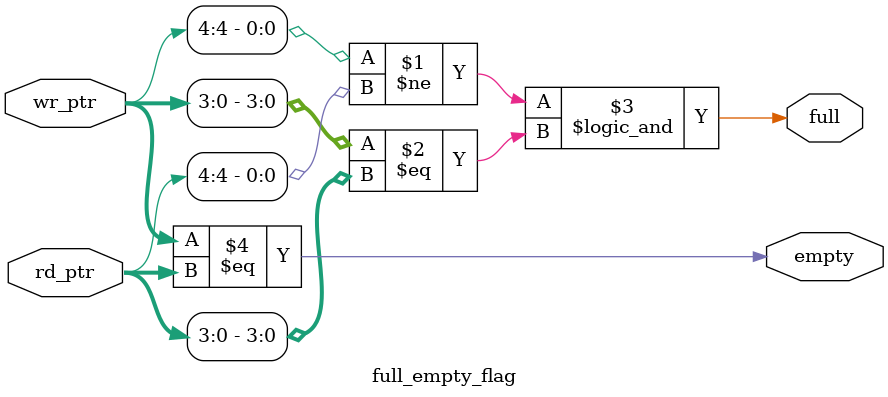
<source format=v>
`timescale 1ns / 1ps


module full_empty_flag #(parameter ADDR_WIDTH = 4)(
    input [ADDR_WIDTH:0] wr_ptr, rd_ptr,
    output full, empty
);
    assign full = (wr_ptr[ADDR_WIDTH] != rd_ptr[ADDR_WIDTH]) &&
                  (wr_ptr[ADDR_WIDTH-1:0] == rd_ptr[ADDR_WIDTH-1:0]);

    assign empty = (wr_ptr == rd_ptr);
endmodule


</source>
